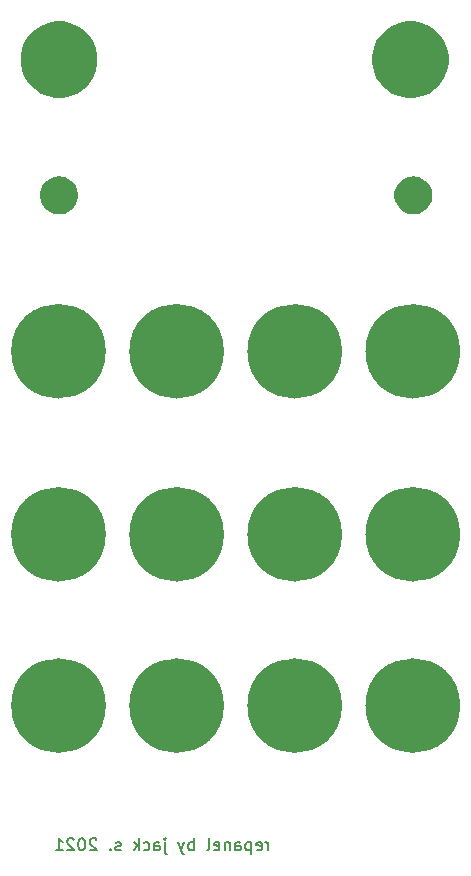
<source format=gbr>
G04 #@! TF.GenerationSoftware,KiCad,Pcbnew,(5.1.5-0)*
G04 #@! TF.CreationDate,2021-01-11T19:00:08-08:00*
G04 #@! TF.ProjectId,duallfovco,6475616c-6c66-46f7-9663-6f2e6b696361,rev?*
G04 #@! TF.SameCoordinates,Original*
G04 #@! TF.FileFunction,Soldermask,Bot*
G04 #@! TF.FilePolarity,Negative*
%FSLAX46Y46*%
G04 Gerber Fmt 4.6, Leading zero omitted, Abs format (unit mm)*
G04 Created by KiCad (PCBNEW (5.1.5-0)) date 2021-01-11 19:00:08*
%MOMM*%
%LPD*%
G04 APERTURE LIST*
%ADD10C,1.000000*%
%ADD11C,0.150000*%
%ADD12C,0.100000*%
G04 APERTURE END LIST*
D10*
X18450000Y-109200000D02*
G75*
G03X18450000Y-109200000I-3500000J0D01*
G01*
X28450000Y-109200000D02*
G75*
G03X28450000Y-109200000I-3500000J0D01*
G01*
X38450000Y-109200000D02*
G75*
G03X38450000Y-109200000I-3500000J0D01*
G01*
X8450000Y-109200000D02*
G75*
G03X8450000Y-109200000I-3500000J0D01*
G01*
X38450000Y-94700000D02*
G75*
G03X38450000Y-94700000I-3500000J0D01*
G01*
X8450000Y-79200000D02*
G75*
G03X8450000Y-79200000I-3500000J0D01*
G01*
X38450000Y-79200000D02*
G75*
G03X38450000Y-79200000I-3500000J0D01*
G01*
X28450000Y-79200000D02*
G75*
G03X28450000Y-79200000I-3500000J0D01*
G01*
D11*
X22726190Y-121452380D02*
X22726190Y-120785714D01*
X22726190Y-120976190D02*
X22678571Y-120880952D01*
X22630952Y-120833333D01*
X22535714Y-120785714D01*
X22440476Y-120785714D01*
X21726190Y-121404761D02*
X21821428Y-121452380D01*
X22011904Y-121452380D01*
X22107142Y-121404761D01*
X22154761Y-121309523D01*
X22154761Y-120928571D01*
X22107142Y-120833333D01*
X22011904Y-120785714D01*
X21821428Y-120785714D01*
X21726190Y-120833333D01*
X21678571Y-120928571D01*
X21678571Y-121023809D01*
X22154761Y-121119047D01*
X21250000Y-120785714D02*
X21250000Y-121785714D01*
X21250000Y-120833333D02*
X21154761Y-120785714D01*
X20964285Y-120785714D01*
X20869047Y-120833333D01*
X20821428Y-120880952D01*
X20773809Y-120976190D01*
X20773809Y-121261904D01*
X20821428Y-121357142D01*
X20869047Y-121404761D01*
X20964285Y-121452380D01*
X21154761Y-121452380D01*
X21250000Y-121404761D01*
X19916666Y-121452380D02*
X19916666Y-120928571D01*
X19964285Y-120833333D01*
X20059523Y-120785714D01*
X20250000Y-120785714D01*
X20345238Y-120833333D01*
X19916666Y-121404761D02*
X20011904Y-121452380D01*
X20250000Y-121452380D01*
X20345238Y-121404761D01*
X20392857Y-121309523D01*
X20392857Y-121214285D01*
X20345238Y-121119047D01*
X20250000Y-121071428D01*
X20011904Y-121071428D01*
X19916666Y-121023809D01*
X19440476Y-120785714D02*
X19440476Y-121452380D01*
X19440476Y-120880952D02*
X19392857Y-120833333D01*
X19297619Y-120785714D01*
X19154761Y-120785714D01*
X19059523Y-120833333D01*
X19011904Y-120928571D01*
X19011904Y-121452380D01*
X18154761Y-121404761D02*
X18250000Y-121452380D01*
X18440476Y-121452380D01*
X18535714Y-121404761D01*
X18583333Y-121309523D01*
X18583333Y-120928571D01*
X18535714Y-120833333D01*
X18440476Y-120785714D01*
X18250000Y-120785714D01*
X18154761Y-120833333D01*
X18107142Y-120928571D01*
X18107142Y-121023809D01*
X18583333Y-121119047D01*
X17535714Y-121452380D02*
X17630952Y-121404761D01*
X17678571Y-121309523D01*
X17678571Y-120452380D01*
X16392857Y-121452380D02*
X16392857Y-120452380D01*
X16392857Y-120833333D02*
X16297619Y-120785714D01*
X16107142Y-120785714D01*
X16011904Y-120833333D01*
X15964285Y-120880952D01*
X15916666Y-120976190D01*
X15916666Y-121261904D01*
X15964285Y-121357142D01*
X16011904Y-121404761D01*
X16107142Y-121452380D01*
X16297619Y-121452380D01*
X16392857Y-121404761D01*
X15583333Y-120785714D02*
X15345238Y-121452380D01*
X15107142Y-120785714D02*
X15345238Y-121452380D01*
X15440476Y-121690476D01*
X15488095Y-121738095D01*
X15583333Y-121785714D01*
X13964285Y-120785714D02*
X13964285Y-121642857D01*
X14011904Y-121738095D01*
X14107142Y-121785714D01*
X14154761Y-121785714D01*
X13964285Y-120452380D02*
X14011904Y-120500000D01*
X13964285Y-120547619D01*
X13916666Y-120500000D01*
X13964285Y-120452380D01*
X13964285Y-120547619D01*
X13059523Y-121452380D02*
X13059523Y-120928571D01*
X13107142Y-120833333D01*
X13202380Y-120785714D01*
X13392857Y-120785714D01*
X13488095Y-120833333D01*
X13059523Y-121404761D02*
X13154761Y-121452380D01*
X13392857Y-121452380D01*
X13488095Y-121404761D01*
X13535714Y-121309523D01*
X13535714Y-121214285D01*
X13488095Y-121119047D01*
X13392857Y-121071428D01*
X13154761Y-121071428D01*
X13059523Y-121023809D01*
X12154761Y-121404761D02*
X12250000Y-121452380D01*
X12440476Y-121452380D01*
X12535714Y-121404761D01*
X12583333Y-121357142D01*
X12630952Y-121261904D01*
X12630952Y-120976190D01*
X12583333Y-120880952D01*
X12535714Y-120833333D01*
X12440476Y-120785714D01*
X12250000Y-120785714D01*
X12154761Y-120833333D01*
X11726190Y-121452380D02*
X11726190Y-120452380D01*
X11630952Y-121071428D02*
X11345238Y-121452380D01*
X11345238Y-120785714D02*
X11726190Y-121166666D01*
X10202380Y-121404761D02*
X10107142Y-121452380D01*
X9916666Y-121452380D01*
X9821428Y-121404761D01*
X9773809Y-121309523D01*
X9773809Y-121261904D01*
X9821428Y-121166666D01*
X9916666Y-121119047D01*
X10059523Y-121119047D01*
X10154761Y-121071428D01*
X10202380Y-120976190D01*
X10202380Y-120928571D01*
X10154761Y-120833333D01*
X10059523Y-120785714D01*
X9916666Y-120785714D01*
X9821428Y-120833333D01*
X9345238Y-121357142D02*
X9297619Y-121404761D01*
X9345238Y-121452380D01*
X9392857Y-121404761D01*
X9345238Y-121357142D01*
X9345238Y-121452380D01*
X8154761Y-120547619D02*
X8107142Y-120500000D01*
X8011904Y-120452380D01*
X7773809Y-120452380D01*
X7678571Y-120500000D01*
X7630952Y-120547619D01*
X7583333Y-120642857D01*
X7583333Y-120738095D01*
X7630952Y-120880952D01*
X8202380Y-121452380D01*
X7583333Y-121452380D01*
X6964285Y-120452380D02*
X6869047Y-120452380D01*
X6773809Y-120500000D01*
X6726190Y-120547619D01*
X6678571Y-120642857D01*
X6630952Y-120833333D01*
X6630952Y-121071428D01*
X6678571Y-121261904D01*
X6726190Y-121357142D01*
X6773809Y-121404761D01*
X6869047Y-121452380D01*
X6964285Y-121452380D01*
X7059523Y-121404761D01*
X7107142Y-121357142D01*
X7154761Y-121261904D01*
X7202380Y-121071428D01*
X7202380Y-120833333D01*
X7154761Y-120642857D01*
X7107142Y-120547619D01*
X7059523Y-120500000D01*
X6964285Y-120452380D01*
X6250000Y-120547619D02*
X6202380Y-120500000D01*
X6107142Y-120452380D01*
X5869047Y-120452380D01*
X5773809Y-120500000D01*
X5726190Y-120547619D01*
X5678571Y-120642857D01*
X5678571Y-120738095D01*
X5726190Y-120880952D01*
X6297619Y-121452380D01*
X5678571Y-121452380D01*
X4726190Y-121452380D02*
X5297619Y-121452380D01*
X5011904Y-121452380D02*
X5011904Y-120452380D01*
X5107142Y-120595238D01*
X5202380Y-120690476D01*
X5297619Y-120738095D01*
D10*
X18450000Y-79200000D02*
G75*
G03X18450000Y-79200000I-3500000J0D01*
G01*
X8450000Y-94700000D02*
G75*
G03X8450000Y-94700000I-3500000J0D01*
G01*
X18450000Y-94700000D02*
G75*
G03X18450000Y-94700000I-3500000J0D01*
G01*
X28450000Y-94700000D02*
G75*
G03X28450000Y-94700000I-3500000J0D01*
G01*
D12*
G36*
X35554975Y-106158585D02*
G01*
X35854528Y-106218170D01*
X36418874Y-106451930D01*
X36926772Y-106791296D01*
X37358704Y-107223228D01*
X37698070Y-107731126D01*
X37931830Y-108295472D01*
X38051000Y-108894578D01*
X38051000Y-109505422D01*
X37931830Y-110104528D01*
X37698070Y-110668874D01*
X37358704Y-111176772D01*
X36926772Y-111608704D01*
X36418874Y-111948070D01*
X35854528Y-112181830D01*
X35554975Y-112241415D01*
X35255423Y-112301000D01*
X34644577Y-112301000D01*
X34345025Y-112241415D01*
X34045472Y-112181830D01*
X33481126Y-111948070D01*
X32973228Y-111608704D01*
X32541296Y-111176772D01*
X32201930Y-110668874D01*
X31968170Y-110104528D01*
X31849000Y-109505422D01*
X31849000Y-108894578D01*
X31968170Y-108295472D01*
X32201930Y-107731126D01*
X32541296Y-107223228D01*
X32973228Y-106791296D01*
X33481126Y-106451930D01*
X34045472Y-106218170D01*
X34345025Y-106158585D01*
X34644577Y-106099000D01*
X35255423Y-106099000D01*
X35554975Y-106158585D01*
G37*
G36*
X25554975Y-106158585D02*
G01*
X25854528Y-106218170D01*
X26418874Y-106451930D01*
X26926772Y-106791296D01*
X27358704Y-107223228D01*
X27698070Y-107731126D01*
X27931830Y-108295472D01*
X28051000Y-108894578D01*
X28051000Y-109505422D01*
X27931830Y-110104528D01*
X27698070Y-110668874D01*
X27358704Y-111176772D01*
X26926772Y-111608704D01*
X26418874Y-111948070D01*
X25854528Y-112181830D01*
X25554975Y-112241415D01*
X25255423Y-112301000D01*
X24644577Y-112301000D01*
X24345025Y-112241415D01*
X24045472Y-112181830D01*
X23481126Y-111948070D01*
X22973228Y-111608704D01*
X22541296Y-111176772D01*
X22201930Y-110668874D01*
X21968170Y-110104528D01*
X21849000Y-109505422D01*
X21849000Y-108894578D01*
X21968170Y-108295472D01*
X22201930Y-107731126D01*
X22541296Y-107223228D01*
X22973228Y-106791296D01*
X23481126Y-106451930D01*
X24045472Y-106218170D01*
X24345025Y-106158585D01*
X24644577Y-106099000D01*
X25255423Y-106099000D01*
X25554975Y-106158585D01*
G37*
G36*
X15554975Y-106158585D02*
G01*
X15854528Y-106218170D01*
X16418874Y-106451930D01*
X16926772Y-106791296D01*
X17358704Y-107223228D01*
X17698070Y-107731126D01*
X17931830Y-108295472D01*
X18051000Y-108894578D01*
X18051000Y-109505422D01*
X17931830Y-110104528D01*
X17698070Y-110668874D01*
X17358704Y-111176772D01*
X16926772Y-111608704D01*
X16418874Y-111948070D01*
X15854528Y-112181830D01*
X15554975Y-112241415D01*
X15255423Y-112301000D01*
X14644577Y-112301000D01*
X14345025Y-112241415D01*
X14045472Y-112181830D01*
X13481126Y-111948070D01*
X12973228Y-111608704D01*
X12541296Y-111176772D01*
X12201930Y-110668874D01*
X11968170Y-110104528D01*
X11849000Y-109505422D01*
X11849000Y-108894578D01*
X11968170Y-108295472D01*
X12201930Y-107731126D01*
X12541296Y-107223228D01*
X12973228Y-106791296D01*
X13481126Y-106451930D01*
X14045472Y-106218170D01*
X14345025Y-106158585D01*
X14644577Y-106099000D01*
X15255423Y-106099000D01*
X15554975Y-106158585D01*
G37*
G36*
X5554975Y-106158585D02*
G01*
X5854528Y-106218170D01*
X6418874Y-106451930D01*
X6926772Y-106791296D01*
X7358704Y-107223228D01*
X7698070Y-107731126D01*
X7931830Y-108295472D01*
X8051000Y-108894578D01*
X8051000Y-109505422D01*
X7931830Y-110104528D01*
X7698070Y-110668874D01*
X7358704Y-111176772D01*
X6926772Y-111608704D01*
X6418874Y-111948070D01*
X5854528Y-112181830D01*
X5554975Y-112241415D01*
X5255423Y-112301000D01*
X4644577Y-112301000D01*
X4345025Y-112241415D01*
X4045472Y-112181830D01*
X3481126Y-111948070D01*
X2973228Y-111608704D01*
X2541296Y-111176772D01*
X2201930Y-110668874D01*
X1968170Y-110104528D01*
X1849000Y-109505422D01*
X1849000Y-108894578D01*
X1968170Y-108295472D01*
X2201930Y-107731126D01*
X2541296Y-107223228D01*
X2973228Y-106791296D01*
X3481126Y-106451930D01*
X4045472Y-106218170D01*
X4345025Y-106158585D01*
X4644577Y-106099000D01*
X5255423Y-106099000D01*
X5554975Y-106158585D01*
G37*
G36*
X5554975Y-91658585D02*
G01*
X5854528Y-91718170D01*
X6418874Y-91951930D01*
X6926772Y-92291296D01*
X7358704Y-92723228D01*
X7698070Y-93231126D01*
X7931830Y-93795472D01*
X8051000Y-94394578D01*
X8051000Y-95005422D01*
X7931830Y-95604528D01*
X7698070Y-96168874D01*
X7358704Y-96676772D01*
X6926772Y-97108704D01*
X6418874Y-97448070D01*
X5854528Y-97681830D01*
X5554975Y-97741415D01*
X5255423Y-97801000D01*
X4644577Y-97801000D01*
X4345025Y-97741415D01*
X4045472Y-97681830D01*
X3481126Y-97448070D01*
X2973228Y-97108704D01*
X2541296Y-96676772D01*
X2201930Y-96168874D01*
X1968170Y-95604528D01*
X1849000Y-95005422D01*
X1849000Y-94394578D01*
X1968170Y-93795472D01*
X2201930Y-93231126D01*
X2541296Y-92723228D01*
X2973228Y-92291296D01*
X3481126Y-91951930D01*
X4045472Y-91718170D01*
X4345025Y-91658585D01*
X4644577Y-91599000D01*
X5255423Y-91599000D01*
X5554975Y-91658585D01*
G37*
G36*
X15554975Y-91658585D02*
G01*
X15854528Y-91718170D01*
X16418874Y-91951930D01*
X16926772Y-92291296D01*
X17358704Y-92723228D01*
X17698070Y-93231126D01*
X17931830Y-93795472D01*
X18051000Y-94394578D01*
X18051000Y-95005422D01*
X17931830Y-95604528D01*
X17698070Y-96168874D01*
X17358704Y-96676772D01*
X16926772Y-97108704D01*
X16418874Y-97448070D01*
X15854528Y-97681830D01*
X15554975Y-97741415D01*
X15255423Y-97801000D01*
X14644577Y-97801000D01*
X14345025Y-97741415D01*
X14045472Y-97681830D01*
X13481126Y-97448070D01*
X12973228Y-97108704D01*
X12541296Y-96676772D01*
X12201930Y-96168874D01*
X11968170Y-95604528D01*
X11849000Y-95005422D01*
X11849000Y-94394578D01*
X11968170Y-93795472D01*
X12201930Y-93231126D01*
X12541296Y-92723228D01*
X12973228Y-92291296D01*
X13481126Y-91951930D01*
X14045472Y-91718170D01*
X14345025Y-91658585D01*
X14644577Y-91599000D01*
X15255423Y-91599000D01*
X15554975Y-91658585D01*
G37*
G36*
X25554975Y-91658585D02*
G01*
X25854528Y-91718170D01*
X26418874Y-91951930D01*
X26926772Y-92291296D01*
X27358704Y-92723228D01*
X27698070Y-93231126D01*
X27931830Y-93795472D01*
X28051000Y-94394578D01*
X28051000Y-95005422D01*
X27931830Y-95604528D01*
X27698070Y-96168874D01*
X27358704Y-96676772D01*
X26926772Y-97108704D01*
X26418874Y-97448070D01*
X25854528Y-97681830D01*
X25554975Y-97741415D01*
X25255423Y-97801000D01*
X24644577Y-97801000D01*
X24345025Y-97741415D01*
X24045472Y-97681830D01*
X23481126Y-97448070D01*
X22973228Y-97108704D01*
X22541296Y-96676772D01*
X22201930Y-96168874D01*
X21968170Y-95604528D01*
X21849000Y-95005422D01*
X21849000Y-94394578D01*
X21968170Y-93795472D01*
X22201930Y-93231126D01*
X22541296Y-92723228D01*
X22973228Y-92291296D01*
X23481126Y-91951930D01*
X24045472Y-91718170D01*
X24345025Y-91658585D01*
X24644577Y-91599000D01*
X25255423Y-91599000D01*
X25554975Y-91658585D01*
G37*
G36*
X35554975Y-91658585D02*
G01*
X35854528Y-91718170D01*
X36418874Y-91951930D01*
X36926772Y-92291296D01*
X37358704Y-92723228D01*
X37698070Y-93231126D01*
X37931830Y-93795472D01*
X38051000Y-94394578D01*
X38051000Y-95005422D01*
X37931830Y-95604528D01*
X37698070Y-96168874D01*
X37358704Y-96676772D01*
X36926772Y-97108704D01*
X36418874Y-97448070D01*
X35854528Y-97681830D01*
X35554975Y-97741415D01*
X35255423Y-97801000D01*
X34644577Y-97801000D01*
X34345025Y-97741415D01*
X34045472Y-97681830D01*
X33481126Y-97448070D01*
X32973228Y-97108704D01*
X32541296Y-96676772D01*
X32201930Y-96168874D01*
X31968170Y-95604528D01*
X31849000Y-95005422D01*
X31849000Y-94394578D01*
X31968170Y-93795472D01*
X32201930Y-93231126D01*
X32541296Y-92723228D01*
X32973228Y-92291296D01*
X33481126Y-91951930D01*
X34045472Y-91718170D01*
X34345025Y-91658585D01*
X34644577Y-91599000D01*
X35255423Y-91599000D01*
X35554975Y-91658585D01*
G37*
G36*
X35554975Y-76158585D02*
G01*
X35854528Y-76218170D01*
X36418874Y-76451930D01*
X36926772Y-76791296D01*
X37358704Y-77223228D01*
X37698070Y-77731126D01*
X37931830Y-78295472D01*
X38051000Y-78894578D01*
X38051000Y-79505422D01*
X37931830Y-80104528D01*
X37698070Y-80668874D01*
X37358704Y-81176772D01*
X36926772Y-81608704D01*
X36418874Y-81948070D01*
X35854528Y-82181830D01*
X35554975Y-82241415D01*
X35255423Y-82301000D01*
X34644577Y-82301000D01*
X34345025Y-82241415D01*
X34045472Y-82181830D01*
X33481126Y-81948070D01*
X32973228Y-81608704D01*
X32541296Y-81176772D01*
X32201930Y-80668874D01*
X31968170Y-80104528D01*
X31849000Y-79505422D01*
X31849000Y-78894578D01*
X31968170Y-78295472D01*
X32201930Y-77731126D01*
X32541296Y-77223228D01*
X32973228Y-76791296D01*
X33481126Y-76451930D01*
X34045472Y-76218170D01*
X34345025Y-76158585D01*
X34644577Y-76099000D01*
X35255423Y-76099000D01*
X35554975Y-76158585D01*
G37*
G36*
X25554975Y-76158585D02*
G01*
X25854528Y-76218170D01*
X26418874Y-76451930D01*
X26926772Y-76791296D01*
X27358704Y-77223228D01*
X27698070Y-77731126D01*
X27931830Y-78295472D01*
X28051000Y-78894578D01*
X28051000Y-79505422D01*
X27931830Y-80104528D01*
X27698070Y-80668874D01*
X27358704Y-81176772D01*
X26926772Y-81608704D01*
X26418874Y-81948070D01*
X25854528Y-82181830D01*
X25554975Y-82241415D01*
X25255423Y-82301000D01*
X24644577Y-82301000D01*
X24345025Y-82241415D01*
X24045472Y-82181830D01*
X23481126Y-81948070D01*
X22973228Y-81608704D01*
X22541296Y-81176772D01*
X22201930Y-80668874D01*
X21968170Y-80104528D01*
X21849000Y-79505422D01*
X21849000Y-78894578D01*
X21968170Y-78295472D01*
X22201930Y-77731126D01*
X22541296Y-77223228D01*
X22973228Y-76791296D01*
X23481126Y-76451930D01*
X24045472Y-76218170D01*
X24345025Y-76158585D01*
X24644577Y-76099000D01*
X25255423Y-76099000D01*
X25554975Y-76158585D01*
G37*
G36*
X15554975Y-76158585D02*
G01*
X15854528Y-76218170D01*
X16418874Y-76451930D01*
X16926772Y-76791296D01*
X17358704Y-77223228D01*
X17698070Y-77731126D01*
X17931830Y-78295472D01*
X18051000Y-78894578D01*
X18051000Y-79505422D01*
X17931830Y-80104528D01*
X17698070Y-80668874D01*
X17358704Y-81176772D01*
X16926772Y-81608704D01*
X16418874Y-81948070D01*
X15854528Y-82181830D01*
X15554975Y-82241415D01*
X15255423Y-82301000D01*
X14644577Y-82301000D01*
X14345025Y-82241415D01*
X14045472Y-82181830D01*
X13481126Y-81948070D01*
X12973228Y-81608704D01*
X12541296Y-81176772D01*
X12201930Y-80668874D01*
X11968170Y-80104528D01*
X11849000Y-79505422D01*
X11849000Y-78894578D01*
X11968170Y-78295472D01*
X12201930Y-77731126D01*
X12541296Y-77223228D01*
X12973228Y-76791296D01*
X13481126Y-76451930D01*
X14045472Y-76218170D01*
X14345025Y-76158585D01*
X14644577Y-76099000D01*
X15255423Y-76099000D01*
X15554975Y-76158585D01*
G37*
G36*
X5554975Y-76158585D02*
G01*
X5854528Y-76218170D01*
X6418874Y-76451930D01*
X6926772Y-76791296D01*
X7358704Y-77223228D01*
X7698070Y-77731126D01*
X7931830Y-78295472D01*
X8051000Y-78894578D01*
X8051000Y-79505422D01*
X7931830Y-80104528D01*
X7698070Y-80668874D01*
X7358704Y-81176772D01*
X6926772Y-81608704D01*
X6418874Y-81948070D01*
X5854528Y-82181830D01*
X5554975Y-82241415D01*
X5255423Y-82301000D01*
X4644577Y-82301000D01*
X4345025Y-82241415D01*
X4045472Y-82181830D01*
X3481126Y-81948070D01*
X2973228Y-81608704D01*
X2541296Y-81176772D01*
X2201930Y-80668874D01*
X1968170Y-80104528D01*
X1849000Y-79505422D01*
X1849000Y-78894578D01*
X1968170Y-78295472D01*
X2201930Y-77731126D01*
X2541296Y-77223228D01*
X2973228Y-76791296D01*
X3481126Y-76451930D01*
X4045472Y-76218170D01*
X4345025Y-76158585D01*
X4644577Y-76099000D01*
X5255423Y-76099000D01*
X5554975Y-76158585D01*
G37*
G36*
X35196217Y-64406665D02*
G01*
X35466995Y-64460525D01*
X35758358Y-64581212D01*
X36020578Y-64756422D01*
X36243578Y-64979422D01*
X36418788Y-65241642D01*
X36539475Y-65533005D01*
X36601000Y-65842315D01*
X36601000Y-66157685D01*
X36539475Y-66466995D01*
X36418788Y-66758358D01*
X36243578Y-67020578D01*
X36020578Y-67243578D01*
X35758358Y-67418788D01*
X35466995Y-67539475D01*
X35196217Y-67593335D01*
X35157686Y-67601000D01*
X34842314Y-67601000D01*
X34803783Y-67593335D01*
X34533005Y-67539475D01*
X34241642Y-67418788D01*
X33979422Y-67243578D01*
X33756422Y-67020578D01*
X33581212Y-66758358D01*
X33460525Y-66466995D01*
X33399000Y-66157685D01*
X33399000Y-65842315D01*
X33460525Y-65533005D01*
X33581212Y-65241642D01*
X33756422Y-64979422D01*
X33979422Y-64756422D01*
X34241642Y-64581212D01*
X34533005Y-64460525D01*
X34803783Y-64406665D01*
X34842314Y-64399000D01*
X35157686Y-64399000D01*
X35196217Y-64406665D01*
G37*
G36*
X5196217Y-64406665D02*
G01*
X5466995Y-64460525D01*
X5758358Y-64581212D01*
X6020578Y-64756422D01*
X6243578Y-64979422D01*
X6418788Y-65241642D01*
X6539475Y-65533005D01*
X6601000Y-65842315D01*
X6601000Y-66157685D01*
X6539475Y-66466995D01*
X6418788Y-66758358D01*
X6243578Y-67020578D01*
X6020578Y-67243578D01*
X5758358Y-67418788D01*
X5466995Y-67539475D01*
X5196217Y-67593335D01*
X5157686Y-67601000D01*
X4842314Y-67601000D01*
X4803783Y-67593335D01*
X4533005Y-67539475D01*
X4241642Y-67418788D01*
X3979422Y-67243578D01*
X3756422Y-67020578D01*
X3581212Y-66758358D01*
X3460525Y-66466995D01*
X3399000Y-66157685D01*
X3399000Y-65842315D01*
X3460525Y-65533005D01*
X3581212Y-65241642D01*
X3756422Y-64979422D01*
X3979422Y-64756422D01*
X4241642Y-64581212D01*
X4533005Y-64460525D01*
X4803783Y-64406665D01*
X4842314Y-64399000D01*
X5157686Y-64399000D01*
X5196217Y-64406665D01*
G37*
G36*
X35384239Y-51311467D02*
G01*
X35698282Y-51373934D01*
X36289926Y-51619001D01*
X36822392Y-51974784D01*
X37275216Y-52427608D01*
X37630999Y-52960074D01*
X37876066Y-53551718D01*
X38001000Y-54179804D01*
X38001000Y-54820196D01*
X37876066Y-55448282D01*
X37630999Y-56039926D01*
X37275216Y-56572392D01*
X36822392Y-57025216D01*
X36289926Y-57380999D01*
X35698282Y-57626066D01*
X35384239Y-57688533D01*
X35070197Y-57751000D01*
X34429803Y-57751000D01*
X34115761Y-57688533D01*
X33801718Y-57626066D01*
X33210074Y-57380999D01*
X32677608Y-57025216D01*
X32224784Y-56572392D01*
X31869001Y-56039926D01*
X31623934Y-55448282D01*
X31499000Y-54820196D01*
X31499000Y-54179804D01*
X31623934Y-53551718D01*
X31869001Y-52960074D01*
X32224784Y-52427608D01*
X32677608Y-51974784D01*
X33210074Y-51619001D01*
X33801718Y-51373934D01*
X34115761Y-51311467D01*
X34429803Y-51249000D01*
X35070197Y-51249000D01*
X35384239Y-51311467D01*
G37*
G36*
X5634239Y-51311467D02*
G01*
X5948282Y-51373934D01*
X6539926Y-51619001D01*
X7072392Y-51974784D01*
X7525216Y-52427608D01*
X7880999Y-52960074D01*
X8126066Y-53551718D01*
X8251000Y-54179804D01*
X8251000Y-54820196D01*
X8126066Y-55448282D01*
X7880999Y-56039926D01*
X7525216Y-56572392D01*
X7072392Y-57025216D01*
X6539926Y-57380999D01*
X5948282Y-57626066D01*
X5634239Y-57688533D01*
X5320197Y-57751000D01*
X4679803Y-57751000D01*
X4365761Y-57688533D01*
X4051718Y-57626066D01*
X3460074Y-57380999D01*
X2927608Y-57025216D01*
X2474784Y-56572392D01*
X2119001Y-56039926D01*
X1873934Y-55448282D01*
X1749000Y-54820196D01*
X1749000Y-54179804D01*
X1873934Y-53551718D01*
X2119001Y-52960074D01*
X2474784Y-52427608D01*
X2927608Y-51974784D01*
X3460074Y-51619001D01*
X4051718Y-51373934D01*
X4365761Y-51311467D01*
X4679803Y-51249000D01*
X5320197Y-51249000D01*
X5634239Y-51311467D01*
G37*
M02*

</source>
